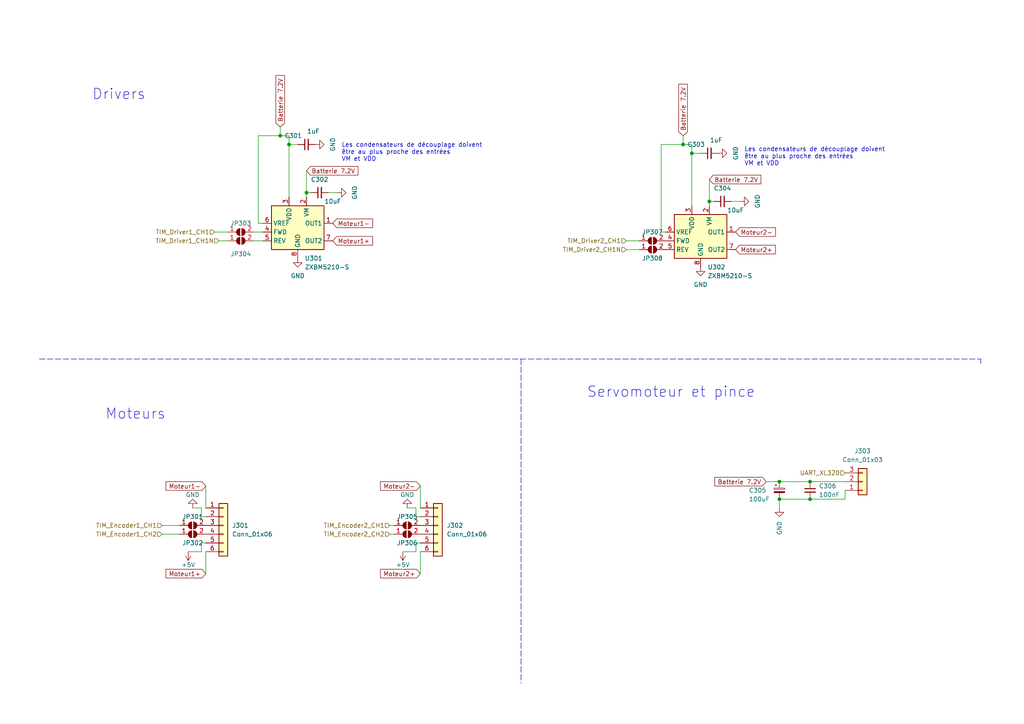
<source format=kicad_sch>
(kicad_sch (version 20211123) (generator eeschema)

  (uuid 612df67b-50d1-4314-aaa8-492795b394eb)

  (paper "A4")

  (title_block
    (title "Schéma projet Robot")
    (date "2022-10-04")
    (rev "Version 1.1")
  )

  (lib_symbols
    (symbol "Connector_Generic:Conn_01x03" (pin_names (offset 1.016) hide) (in_bom yes) (on_board yes)
      (property "Reference" "J" (id 0) (at 0 5.08 0)
        (effects (font (size 1.27 1.27)))
      )
      (property "Value" "Conn_01x03" (id 1) (at 0 -5.08 0)
        (effects (font (size 1.27 1.27)))
      )
      (property "Footprint" "" (id 2) (at 0 0 0)
        (effects (font (size 1.27 1.27)) hide)
      )
      (property "Datasheet" "~" (id 3) (at 0 0 0)
        (effects (font (size 1.27 1.27)) hide)
      )
      (property "ki_keywords" "connector" (id 4) (at 0 0 0)
        (effects (font (size 1.27 1.27)) hide)
      )
      (property "ki_description" "Generic connector, single row, 01x03, script generated (kicad-library-utils/schlib/autogen/connector/)" (id 5) (at 0 0 0)
        (effects (font (size 1.27 1.27)) hide)
      )
      (property "ki_fp_filters" "Connector*:*_1x??_*" (id 6) (at 0 0 0)
        (effects (font (size 1.27 1.27)) hide)
      )
      (symbol "Conn_01x03_1_1"
        (rectangle (start -1.27 -2.413) (end 0 -2.667)
          (stroke (width 0.1524) (type default) (color 0 0 0 0))
          (fill (type none))
        )
        (rectangle (start -1.27 0.127) (end 0 -0.127)
          (stroke (width 0.1524) (type default) (color 0 0 0 0))
          (fill (type none))
        )
        (rectangle (start -1.27 2.667) (end 0 2.413)
          (stroke (width 0.1524) (type default) (color 0 0 0 0))
          (fill (type none))
        )
        (rectangle (start -1.27 3.81) (end 1.27 -3.81)
          (stroke (width 0.254) (type default) (color 0 0 0 0))
          (fill (type background))
        )
        (pin passive line (at -5.08 2.54 0) (length 3.81)
          (name "Pin_1" (effects (font (size 1.27 1.27))))
          (number "1" (effects (font (size 1.27 1.27))))
        )
        (pin passive line (at -5.08 0 0) (length 3.81)
          (name "Pin_2" (effects (font (size 1.27 1.27))))
          (number "2" (effects (font (size 1.27 1.27))))
        )
        (pin passive line (at -5.08 -2.54 0) (length 3.81)
          (name "Pin_3" (effects (font (size 1.27 1.27))))
          (number "3" (effects (font (size 1.27 1.27))))
        )
      )
    )
    (symbol "Connector_Generic:Conn_01x06" (pin_names (offset 1.016) hide) (in_bom yes) (on_board yes)
      (property "Reference" "J" (id 0) (at 0 7.62 0)
        (effects (font (size 1.27 1.27)))
      )
      (property "Value" "Conn_01x06" (id 1) (at 0 -10.16 0)
        (effects (font (size 1.27 1.27)))
      )
      (property "Footprint" "" (id 2) (at 0 0 0)
        (effects (font (size 1.27 1.27)) hide)
      )
      (property "Datasheet" "~" (id 3) (at 0 0 0)
        (effects (font (size 1.27 1.27)) hide)
      )
      (property "ki_keywords" "connector" (id 4) (at 0 0 0)
        (effects (font (size 1.27 1.27)) hide)
      )
      (property "ki_description" "Generic connector, single row, 01x06, script generated (kicad-library-utils/schlib/autogen/connector/)" (id 5) (at 0 0 0)
        (effects (font (size 1.27 1.27)) hide)
      )
      (property "ki_fp_filters" "Connector*:*_1x??_*" (id 6) (at 0 0 0)
        (effects (font (size 1.27 1.27)) hide)
      )
      (symbol "Conn_01x06_1_1"
        (rectangle (start -1.27 -7.493) (end 0 -7.747)
          (stroke (width 0.1524) (type default) (color 0 0 0 0))
          (fill (type none))
        )
        (rectangle (start -1.27 -4.953) (end 0 -5.207)
          (stroke (width 0.1524) (type default) (color 0 0 0 0))
          (fill (type none))
        )
        (rectangle (start -1.27 -2.413) (end 0 -2.667)
          (stroke (width 0.1524) (type default) (color 0 0 0 0))
          (fill (type none))
        )
        (rectangle (start -1.27 0.127) (end 0 -0.127)
          (stroke (width 0.1524) (type default) (color 0 0 0 0))
          (fill (type none))
        )
        (rectangle (start -1.27 2.667) (end 0 2.413)
          (stroke (width 0.1524) (type default) (color 0 0 0 0))
          (fill (type none))
        )
        (rectangle (start -1.27 5.207) (end 0 4.953)
          (stroke (width 0.1524) (type default) (color 0 0 0 0))
          (fill (type none))
        )
        (rectangle (start -1.27 6.35) (end 1.27 -8.89)
          (stroke (width 0.254) (type default) (color 0 0 0 0))
          (fill (type background))
        )
        (pin passive line (at -5.08 5.08 0) (length 3.81)
          (name "Pin_1" (effects (font (size 1.27 1.27))))
          (number "1" (effects (font (size 1.27 1.27))))
        )
        (pin passive line (at -5.08 2.54 0) (length 3.81)
          (name "Pin_2" (effects (font (size 1.27 1.27))))
          (number "2" (effects (font (size 1.27 1.27))))
        )
        (pin passive line (at -5.08 0 0) (length 3.81)
          (name "Pin_3" (effects (font (size 1.27 1.27))))
          (number "3" (effects (font (size 1.27 1.27))))
        )
        (pin passive line (at -5.08 -2.54 0) (length 3.81)
          (name "Pin_4" (effects (font (size 1.27 1.27))))
          (number "4" (effects (font (size 1.27 1.27))))
        )
        (pin passive line (at -5.08 -5.08 0) (length 3.81)
          (name "Pin_5" (effects (font (size 1.27 1.27))))
          (number "5" (effects (font (size 1.27 1.27))))
        )
        (pin passive line (at -5.08 -7.62 0) (length 3.81)
          (name "Pin_6" (effects (font (size 1.27 1.27))))
          (number "6" (effects (font (size 1.27 1.27))))
        )
      )
    )
    (symbol "Device:C_Polarized_Small" (pin_numbers hide) (pin_names (offset 0.254) hide) (in_bom yes) (on_board yes)
      (property "Reference" "C" (id 0) (at 0.254 1.778 0)
        (effects (font (size 1.27 1.27)) (justify left))
      )
      (property "Value" "C_Polarized_Small" (id 1) (at 0.254 -2.032 0)
        (effects (font (size 1.27 1.27)) (justify left))
      )
      (property "Footprint" "" (id 2) (at 0 0 0)
        (effects (font (size 1.27 1.27)) hide)
      )
      (property "Datasheet" "~" (id 3) (at 0 0 0)
        (effects (font (size 1.27 1.27)) hide)
      )
      (property "ki_keywords" "cap capacitor" (id 4) (at 0 0 0)
        (effects (font (size 1.27 1.27)) hide)
      )
      (property "ki_description" "Polarized capacitor, small symbol" (id 5) (at 0 0 0)
        (effects (font (size 1.27 1.27)) hide)
      )
      (property "ki_fp_filters" "CP_*" (id 6) (at 0 0 0)
        (effects (font (size 1.27 1.27)) hide)
      )
      (symbol "C_Polarized_Small_0_1"
        (rectangle (start -1.524 -0.3048) (end 1.524 -0.6858)
          (stroke (width 0) (type default) (color 0 0 0 0))
          (fill (type outline))
        )
        (rectangle (start -1.524 0.6858) (end 1.524 0.3048)
          (stroke (width 0) (type default) (color 0 0 0 0))
          (fill (type none))
        )
        (polyline
          (pts
            (xy -1.27 1.524)
            (xy -0.762 1.524)
          )
          (stroke (width 0) (type default) (color 0 0 0 0))
          (fill (type none))
        )
        (polyline
          (pts
            (xy -1.016 1.27)
            (xy -1.016 1.778)
          )
          (stroke (width 0) (type default) (color 0 0 0 0))
          (fill (type none))
        )
      )
      (symbol "C_Polarized_Small_1_1"
        (pin passive line (at 0 2.54 270) (length 1.8542)
          (name "~" (effects (font (size 1.27 1.27))))
          (number "1" (effects (font (size 1.27 1.27))))
        )
        (pin passive line (at 0 -2.54 90) (length 1.8542)
          (name "~" (effects (font (size 1.27 1.27))))
          (number "2" (effects (font (size 1.27 1.27))))
        )
      )
    )
    (symbol "Device:C_Small" (pin_numbers hide) (pin_names (offset 0.254) hide) (in_bom yes) (on_board yes)
      (property "Reference" "C" (id 0) (at 0.254 1.778 0)
        (effects (font (size 1.27 1.27)) (justify left))
      )
      (property "Value" "C_Small" (id 1) (at 0.254 -2.032 0)
        (effects (font (size 1.27 1.27)) (justify left))
      )
      (property "Footprint" "" (id 2) (at 0 0 0)
        (effects (font (size 1.27 1.27)) hide)
      )
      (property "Datasheet" "~" (id 3) (at 0 0 0)
        (effects (font (size 1.27 1.27)) hide)
      )
      (property "ki_keywords" "capacitor cap" (id 4) (at 0 0 0)
        (effects (font (size 1.27 1.27)) hide)
      )
      (property "ki_description" "Unpolarized capacitor, small symbol" (id 5) (at 0 0 0)
        (effects (font (size 1.27 1.27)) hide)
      )
      (property "ki_fp_filters" "C_*" (id 6) (at 0 0 0)
        (effects (font (size 1.27 1.27)) hide)
      )
      (symbol "C_Small_0_1"
        (polyline
          (pts
            (xy -1.524 -0.508)
            (xy 1.524 -0.508)
          )
          (stroke (width 0.3302) (type default) (color 0 0 0 0))
          (fill (type none))
        )
        (polyline
          (pts
            (xy -1.524 0.508)
            (xy 1.524 0.508)
          )
          (stroke (width 0.3048) (type default) (color 0 0 0 0))
          (fill (type none))
        )
      )
      (symbol "C_Small_1_1"
        (pin passive line (at 0 2.54 270) (length 2.032)
          (name "~" (effects (font (size 1.27 1.27))))
          (number "1" (effects (font (size 1.27 1.27))))
        )
        (pin passive line (at 0 -2.54 90) (length 2.032)
          (name "~" (effects (font (size 1.27 1.27))))
          (number "2" (effects (font (size 1.27 1.27))))
        )
      )
    )
    (symbol "Driver_Motor:ZXBM5210-S" (in_bom yes) (on_board yes)
      (property "Reference" "U" (id 0) (at -7.62 8.89 0)
        (effects (font (size 1.27 1.27)))
      )
      (property "Value" "ZXBM5210-S" (id 1) (at 10.16 8.89 0)
        (effects (font (size 1.27 1.27)))
      )
      (property "Footprint" "Package_SO:SOIC-8_3.9x4.9mm_P1.27mm" (id 2) (at 1.27 -6.35 0)
        (effects (font (size 1.27 1.27)) hide)
      )
      (property "Datasheet" "https://www.diodes.com/assets/Datasheets/ZXBM5210.pdf" (id 3) (at 0 0 0)
        (effects (font (size 1.27 1.27)) hide)
      )
      (property "ki_keywords" "H-bridge, motor driver, PWM, single coil" (id 4) (at 0 0 0)
        (effects (font (size 1.27 1.27)) hide)
      )
      (property "ki_description" "Reversible DC motor drive with speed control, 3-18V, 0.85A, SOIC-8" (id 5) (at 0 0 0)
        (effects (font (size 1.27 1.27)) hide)
      )
      (property "ki_fp_filters" "SOIC*3.9x4.9mm*P1.27mm*" (id 6) (at 0 0 0)
        (effects (font (size 1.27 1.27)) hide)
      )
      (symbol "ZXBM5210-S_0_0"
        (pin output line (at 10.16 2.54 180) (length 2.54)
          (name "OUT1" (effects (font (size 1.27 1.27))))
          (number "1" (effects (font (size 1.27 1.27))))
        )
        (pin power_in line (at 2.54 10.16 270) (length 2.54)
          (name "VM" (effects (font (size 1.27 1.27))))
          (number "2" (effects (font (size 1.27 1.27))))
        )
        (pin power_in line (at -2.54 10.16 270) (length 2.54)
          (name "VDD" (effects (font (size 1.27 1.27))))
          (number "3" (effects (font (size 1.27 1.27))))
        )
        (pin input line (at -10.16 0 0) (length 2.54)
          (name "FWD" (effects (font (size 1.27 1.27))))
          (number "4" (effects (font (size 1.27 1.27))))
        )
        (pin input line (at -10.16 -2.54 0) (length 2.54)
          (name "REV" (effects (font (size 1.27 1.27))))
          (number "5" (effects (font (size 1.27 1.27))))
        )
        (pin input line (at -10.16 2.54 0) (length 2.54)
          (name "VREF" (effects (font (size 1.27 1.27))))
          (number "6" (effects (font (size 1.27 1.27))))
        )
        (pin output line (at 10.16 -2.54 180) (length 2.54)
          (name "OUT2" (effects (font (size 1.27 1.27))))
          (number "7" (effects (font (size 1.27 1.27))))
        )
        (pin power_in line (at 0 -7.62 90) (length 2.54)
          (name "GND" (effects (font (size 1.27 1.27))))
          (number "8" (effects (font (size 1.27 1.27))))
        )
      )
      (symbol "ZXBM5210-S_0_1"
        (rectangle (start -7.62 7.62) (end 7.62 -5.08)
          (stroke (width 0.254) (type default) (color 0 0 0 0))
          (fill (type background))
        )
      )
    )
    (symbol "Jumper:SolderJumper_2_Open" (pin_names (offset 0) hide) (in_bom yes) (on_board yes)
      (property "Reference" "JP" (id 0) (at 0 2.032 0)
        (effects (font (size 1.27 1.27)))
      )
      (property "Value" "SolderJumper_2_Open" (id 1) (at 0 -2.54 0)
        (effects (font (size 1.27 1.27)))
      )
      (property "Footprint" "" (id 2) (at 0 0 0)
        (effects (font (size 1.27 1.27)) hide)
      )
      (property "Datasheet" "~" (id 3) (at 0 0 0)
        (effects (font (size 1.27 1.27)) hide)
      )
      (property "ki_keywords" "solder jumper SPST" (id 4) (at 0 0 0)
        (effects (font (size 1.27 1.27)) hide)
      )
      (property "ki_description" "Solder Jumper, 2-pole, open" (id 5) (at 0 0 0)
        (effects (font (size 1.27 1.27)) hide)
      )
      (property "ki_fp_filters" "SolderJumper*Open*" (id 6) (at 0 0 0)
        (effects (font (size 1.27 1.27)) hide)
      )
      (symbol "SolderJumper_2_Open_0_1"
        (arc (start -0.254 1.016) (mid -1.27 0) (end -0.254 -1.016)
          (stroke (width 0) (type default) (color 0 0 0 0))
          (fill (type none))
        )
        (arc (start -0.254 1.016) (mid -1.27 0) (end -0.254 -1.016)
          (stroke (width 0) (type default) (color 0 0 0 0))
          (fill (type outline))
        )
        (polyline
          (pts
            (xy -0.254 1.016)
            (xy -0.254 -1.016)
          )
          (stroke (width 0) (type default) (color 0 0 0 0))
          (fill (type none))
        )
        (polyline
          (pts
            (xy 0.254 1.016)
            (xy 0.254 -1.016)
          )
          (stroke (width 0) (type default) (color 0 0 0 0))
          (fill (type none))
        )
        (arc (start 0.254 -1.016) (mid 1.27 0) (end 0.254 1.016)
          (stroke (width 0) (type default) (color 0 0 0 0))
          (fill (type none))
        )
        (arc (start 0.254 -1.016) (mid 1.27 0) (end 0.254 1.016)
          (stroke (width 0) (type default) (color 0 0 0 0))
          (fill (type outline))
        )
      )
      (symbol "SolderJumper_2_Open_1_1"
        (pin passive line (at -3.81 0 0) (length 2.54)
          (name "A" (effects (font (size 1.27 1.27))))
          (number "1" (effects (font (size 1.27 1.27))))
        )
        (pin passive line (at 3.81 0 180) (length 2.54)
          (name "B" (effects (font (size 1.27 1.27))))
          (number "2" (effects (font (size 1.27 1.27))))
        )
      )
    )
    (symbol "power:+5V" (power) (pin_names (offset 0)) (in_bom yes) (on_board yes)
      (property "Reference" "#PWR" (id 0) (at 0 -3.81 0)
        (effects (font (size 1.27 1.27)) hide)
      )
      (property "Value" "+5V" (id 1) (at 0 3.556 0)
        (effects (font (size 1.27 1.27)))
      )
      (property "Footprint" "" (id 2) (at 0 0 0)
        (effects (font (size 1.27 1.27)) hide)
      )
      (property "Datasheet" "" (id 3) (at 0 0 0)
        (effects (font (size 1.27 1.27)) hide)
      )
      (property "ki_keywords" "power-flag" (id 4) (at 0 0 0)
        (effects (font (size 1.27 1.27)) hide)
      )
      (property "ki_description" "Power symbol creates a global label with name \"+5V\"" (id 5) (at 0 0 0)
        (effects (font (size 1.27 1.27)) hide)
      )
      (symbol "+5V_0_1"
        (polyline
          (pts
            (xy -0.762 1.27)
            (xy 0 2.54)
          )
          (stroke (width 0) (type default) (color 0 0 0 0))
          (fill (type none))
        )
        (polyline
          (pts
            (xy 0 0)
            (xy 0 2.54)
          )
          (stroke (width 0) (type default) (color 0 0 0 0))
          (fill (type none))
        )
        (polyline
          (pts
            (xy 0 2.54)
            (xy 0.762 1.27)
          )
          (stroke (width 0) (type default) (color 0 0 0 0))
          (fill (type none))
        )
      )
      (symbol "+5V_1_1"
        (pin power_in line (at 0 0 90) (length 0) hide
          (name "+5V" (effects (font (size 1.27 1.27))))
          (number "1" (effects (font (size 1.27 1.27))))
        )
      )
    )
    (symbol "power:GND" (power) (pin_names (offset 0)) (in_bom yes) (on_board yes)
      (property "Reference" "#PWR" (id 0) (at 0 -6.35 0)
        (effects (font (size 1.27 1.27)) hide)
      )
      (property "Value" "GND" (id 1) (at 0 -3.81 0)
        (effects (font (size 1.27 1.27)))
      )
      (property "Footprint" "" (id 2) (at 0 0 0)
        (effects (font (size 1.27 1.27)) hide)
      )
      (property "Datasheet" "" (id 3) (at 0 0 0)
        (effects (font (size 1.27 1.27)) hide)
      )
      (property "ki_keywords" "power-flag" (id 4) (at 0 0 0)
        (effects (font (size 1.27 1.27)) hide)
      )
      (property "ki_description" "Power symbol creates a global label with name \"GND\" , ground" (id 5) (at 0 0 0)
        (effects (font (size 1.27 1.27)) hide)
      )
      (symbol "GND_0_1"
        (polyline
          (pts
            (xy 0 0)
            (xy 0 -1.27)
            (xy 1.27 -1.27)
            (xy 0 -2.54)
            (xy -1.27 -1.27)
            (xy 0 -1.27)
          )
          (stroke (width 0) (type default) (color 0 0 0 0))
          (fill (type none))
        )
      )
      (symbol "GND_1_1"
        (pin power_in line (at 0 0 270) (length 0) hide
          (name "GND" (effects (font (size 1.27 1.27))))
          (number "1" (effects (font (size 1.27 1.27))))
        )
      )
    )
  )

  (junction (at 88.9 55.88) (diameter 0) (color 0 0 0 0)
    (uuid 0ec8bc8e-beb3-406e-b3ac-f066a495ce1a)
  )
  (junction (at 234.95 144.78) (diameter 0) (color 0 0 0 0)
    (uuid 2314416a-33c4-4247-9118-f62368cd2b3d)
  )
  (junction (at 81.28 39.37) (diameter 0) (color 0 0 0 0)
    (uuid 2604c906-d21e-4971-90b7-540fb39c2e4a)
  )
  (junction (at 205.74 58.42) (diameter 0) (color 0 0 0 0)
    (uuid 267d691f-701a-449a-b143-1a6ee9e1a03f)
  )
  (junction (at 234.95 139.7) (diameter 0) (color 0 0 0 0)
    (uuid 35d6d8bc-5baf-459d-8e0c-3319666334f7)
  )
  (junction (at 83.82 41.91) (diameter 0) (color 0 0 0 0)
    (uuid 3beb0e03-b1cb-46e2-93f2-c5211dc7c08d)
  )
  (junction (at 198.12 41.91) (diameter 0) (color 0 0 0 0)
    (uuid cd3c5a87-5cf5-4109-8527-894b3e3f59b2)
  )
  (junction (at 200.66 44.45) (diameter 0) (color 0 0 0 0)
    (uuid d5d1f3f8-6ef2-4903-a19a-a0fd2ff40656)
  )
  (junction (at 226.06 144.78) (diameter 0) (color 0 0 0 0)
    (uuid e86329fb-9468-4cc0-9c34-c368ace768c5)
  )
  (junction (at 226.06 139.7) (diameter 0) (color 0 0 0 0)
    (uuid f3bb48e8-ffa6-49ba-9af3-73f6b57c397a)
  )

  (wire (pts (xy 74.93 64.77) (xy 76.2 64.77))
    (stroke (width 0) (type default) (color 0 0 0 0))
    (uuid 0c17d570-98b1-4afe-83e6-570107a97d4f)
  )
  (wire (pts (xy 113.03 152.4) (xy 114.3 152.4))
    (stroke (width 0) (type default) (color 0 0 0 0))
    (uuid 0d81a360-4867-475f-a60e-ddec6165b9c2)
  )
  (wire (pts (xy 46.99 154.94) (xy 52.07 154.94))
    (stroke (width 0) (type default) (color 0 0 0 0))
    (uuid 11d52e9a-4530-4d92-9220-909b761071e5)
  )
  (wire (pts (xy 245.11 144.78) (xy 245.11 142.24))
    (stroke (width 0) (type default) (color 0 0 0 0))
    (uuid 141a6218-2811-415a-a516-7da3cba60106)
  )
  (wire (pts (xy 74.93 39.37) (xy 74.93 64.77))
    (stroke (width 0) (type default) (color 0 0 0 0))
    (uuid 173cde92-c43a-439d-a767-c398c21ca4b8)
  )
  (wire (pts (xy 54.61 160.02) (xy 58.42 160.02))
    (stroke (width 0) (type default) (color 0 0 0 0))
    (uuid 1a3a42b0-b5ed-4fcb-a63d-20484699341c)
  )
  (wire (pts (xy 205.74 58.42) (xy 207.01 58.42))
    (stroke (width 0) (type default) (color 0 0 0 0))
    (uuid 21742fbc-618b-4b56-a536-6e95526b997c)
  )
  (wire (pts (xy 59.69 157.48) (xy 58.42 157.48))
    (stroke (width 0) (type default) (color 0 0 0 0))
    (uuid 2616515a-2fe8-4a04-840f-0f8233b4987f)
  )
  (wire (pts (xy 46.99 152.4) (xy 52.07 152.4))
    (stroke (width 0) (type default) (color 0 0 0 0))
    (uuid 28efcbd4-348d-4eea-a05b-cc35a7cd2b9b)
  )
  (wire (pts (xy 226.06 144.78) (xy 226.06 147.32))
    (stroke (width 0) (type default) (color 0 0 0 0))
    (uuid 2af33de8-a93b-4e12-994d-16fbec1835ee)
  )
  (wire (pts (xy 120.65 147.32) (xy 118.11 147.32))
    (stroke (width 0) (type default) (color 0 0 0 0))
    (uuid 2c444d82-b2bf-41dc-9903-973a8c95186c)
  )
  (polyline (pts (xy 151.13 104.14) (xy 151.13 198.12))
    (stroke (width 0) (type default) (color 0 0 0 0))
    (uuid 2e08292e-52bf-41e1-8ef5-771ab842d0d8)
  )

  (wire (pts (xy 88.9 57.15) (xy 88.9 55.88))
    (stroke (width 0) (type default) (color 0 0 0 0))
    (uuid 30266fbf-897c-4683-ab13-658a9e985833)
  )
  (wire (pts (xy 205.74 52.07) (xy 205.74 58.42))
    (stroke (width 0) (type default) (color 0 0 0 0))
    (uuid 31782e48-425f-47d1-9ef3-b2ede81477ab)
  )
  (wire (pts (xy 95.25 55.88) (xy 97.79 55.88))
    (stroke (width 0) (type default) (color 0 0 0 0))
    (uuid 37b525cc-9710-451f-906b-a3dca3f0023b)
  )
  (wire (pts (xy 59.69 166.37) (xy 59.69 160.02))
    (stroke (width 0) (type default) (color 0 0 0 0))
    (uuid 3ca16b36-56a8-4f6b-9076-f210223bbce7)
  )
  (polyline (pts (xy 11.43 104.14) (xy 284.48 104.14))
    (stroke (width 0) (type default) (color 0 0 0 0))
    (uuid 3f185512-d07e-48e5-9e41-3df8a4cd4450)
  )

  (wire (pts (xy 81.28 39.37) (xy 83.82 39.37))
    (stroke (width 0) (type default) (color 0 0 0 0))
    (uuid 42c5b04c-f29a-4aa7-9da1-9300277e2e85)
  )
  (wire (pts (xy 88.9 49.53) (xy 88.9 55.88))
    (stroke (width 0) (type default) (color 0 0 0 0))
    (uuid 477b928f-a9d0-4816-93b3-17fe86fab764)
  )
  (wire (pts (xy 234.95 144.78) (xy 226.06 144.78))
    (stroke (width 0) (type default) (color 0 0 0 0))
    (uuid 4a160c64-90a9-42f9-b014-79868bc38f13)
  )
  (wire (pts (xy 181.61 72.39) (xy 185.42 72.39))
    (stroke (width 0) (type default) (color 0 0 0 0))
    (uuid 4d4dabdc-e912-41ce-a27e-22ef85c831eb)
  )
  (wire (pts (xy 234.95 139.7) (xy 245.11 139.7))
    (stroke (width 0) (type default) (color 0 0 0 0))
    (uuid 4d6566be-82a4-45c4-a9b6-2e7624d4bcb8)
  )
  (wire (pts (xy 58.42 157.48) (xy 58.42 160.02))
    (stroke (width 0) (type default) (color 0 0 0 0))
    (uuid 531f1a0d-2490-466d-be6a-74ec035d2af8)
  )
  (wire (pts (xy 222.25 139.7) (xy 226.06 139.7))
    (stroke (width 0) (type default) (color 0 0 0 0))
    (uuid 54d68861-9025-445b-afc4-3382b1eb517d)
  )
  (wire (pts (xy 59.69 149.86) (xy 58.42 149.86))
    (stroke (width 0) (type default) (color 0 0 0 0))
    (uuid 56e6d6ab-ce8a-4189-8563-65f5febdec73)
  )
  (wire (pts (xy 181.61 69.85) (xy 185.42 69.85))
    (stroke (width 0) (type default) (color 0 0 0 0))
    (uuid 59e48cd0-706b-4d37-8192-348058a8b074)
  )
  (wire (pts (xy 59.69 140.97) (xy 59.69 147.32))
    (stroke (width 0) (type default) (color 0 0 0 0))
    (uuid 5a426e75-7d1e-40a8-b295-04548fd276ba)
  )
  (wire (pts (xy 74.93 39.37) (xy 81.28 39.37))
    (stroke (width 0) (type default) (color 0 0 0 0))
    (uuid 5dad6310-3500-4849-961b-b039cd5f9ea5)
  )
  (wire (pts (xy 58.42 147.32) (xy 55.88 147.32))
    (stroke (width 0) (type default) (color 0 0 0 0))
    (uuid 5f9d4aca-67aa-4a96-8029-af401cecee04)
  )
  (wire (pts (xy 121.92 149.86) (xy 120.65 149.86))
    (stroke (width 0) (type default) (color 0 0 0 0))
    (uuid 62c43abe-3abe-4797-befb-972933909de3)
  )
  (wire (pts (xy 205.74 59.69) (xy 205.74 58.42))
    (stroke (width 0) (type default) (color 0 0 0 0))
    (uuid 6493de4f-6435-407c-81f8-0f167162bb34)
  )
  (wire (pts (xy 200.66 44.45) (xy 203.2 44.45))
    (stroke (width 0) (type default) (color 0 0 0 0))
    (uuid 6ea851cd-aa50-4f2a-8370-833cb54eb51d)
  )
  (wire (pts (xy 198.12 41.91) (xy 200.66 41.91))
    (stroke (width 0) (type default) (color 0 0 0 0))
    (uuid 7ad0574c-3976-41ee-a5bc-c356d8c88fd8)
  )
  (wire (pts (xy 198.12 39.37) (xy 198.12 41.91))
    (stroke (width 0) (type default) (color 0 0 0 0))
    (uuid 7ed1aa52-f6ca-405e-9ddf-a44c54c59e2b)
  )
  (wire (pts (xy 113.03 154.94) (xy 114.3 154.94))
    (stroke (width 0) (type default) (color 0 0 0 0))
    (uuid 8260415d-86c2-4cad-a4fa-fa297ecc0142)
  )
  (wire (pts (xy 121.92 166.37) (xy 121.92 160.02))
    (stroke (width 0) (type default) (color 0 0 0 0))
    (uuid 8358da2e-f74b-4612-8d0c-a06f6250bc42)
  )
  (wire (pts (xy 121.92 157.48) (xy 120.65 157.48))
    (stroke (width 0) (type default) (color 0 0 0 0))
    (uuid 8b292e64-808b-41ee-8228-cc5c92bdf6d1)
  )
  (wire (pts (xy 200.66 44.45) (xy 200.66 59.69))
    (stroke (width 0) (type default) (color 0 0 0 0))
    (uuid 95829d45-0c0d-4a82-974d-f332e25bc2d3)
  )
  (wire (pts (xy 83.82 41.91) (xy 86.36 41.91))
    (stroke (width 0) (type default) (color 0 0 0 0))
    (uuid 983d4daf-d927-456f-850f-23d8ae46a157)
  )
  (wire (pts (xy 226.06 139.7) (xy 234.95 139.7))
    (stroke (width 0) (type default) (color 0 0 0 0))
    (uuid 9c2556b6-805d-4aaa-a42f-5a3781cd6c28)
  )
  (wire (pts (xy 245.11 144.78) (xy 234.95 144.78))
    (stroke (width 0) (type default) (color 0 0 0 0))
    (uuid 9f41c90c-e6e3-4207-9d53-1c8cac00b265)
  )
  (wire (pts (xy 200.66 41.91) (xy 200.66 44.45))
    (stroke (width 0) (type default) (color 0 0 0 0))
    (uuid a1818248-a74c-45c8-b2dc-4b7703074c88)
  )
  (wire (pts (xy 121.92 140.97) (xy 121.92 147.32))
    (stroke (width 0) (type default) (color 0 0 0 0))
    (uuid a420ee76-4c34-4bcc-8c73-9e3521f38c85)
  )
  (wire (pts (xy 120.65 149.86) (xy 120.65 147.32))
    (stroke (width 0) (type default) (color 0 0 0 0))
    (uuid b2e52117-5f82-4ff5-b0f1-8d20fb455822)
  )
  (wire (pts (xy 73.66 69.85) (xy 76.2 69.85))
    (stroke (width 0) (type default) (color 0 0 0 0))
    (uuid b43a135b-f81f-46c8-a2df-1782e49bb987)
  )
  (wire (pts (xy 62.23 67.31) (xy 66.04 67.31))
    (stroke (width 0) (type default) (color 0 0 0 0))
    (uuid b4d9e77c-8c24-4389-8185-ae650be425ee)
  )
  (wire (pts (xy 120.65 157.48) (xy 120.65 160.02))
    (stroke (width 0) (type default) (color 0 0 0 0))
    (uuid c521ce2c-113f-48ca-a74f-f9950f44b82f)
  )
  (wire (pts (xy 73.66 67.31) (xy 76.2 67.31))
    (stroke (width 0) (type default) (color 0 0 0 0))
    (uuid c5d58978-3be2-497b-b35f-454313468961)
  )
  (wire (pts (xy 58.42 149.86) (xy 58.42 147.32))
    (stroke (width 0) (type default) (color 0 0 0 0))
    (uuid c9694af0-e535-4953-ad6d-0f96b6974f69)
  )
  (wire (pts (xy 88.9 55.88) (xy 90.17 55.88))
    (stroke (width 0) (type default) (color 0 0 0 0))
    (uuid cc62e649-73cc-49be-9b66-59e18d836cfb)
  )
  (wire (pts (xy 81.28 36.83) (xy 81.28 39.37))
    (stroke (width 0) (type default) (color 0 0 0 0))
    (uuid cce37fd9-cd81-4689-947f-b685be004746)
  )
  (wire (pts (xy 212.09 58.42) (xy 214.63 58.42))
    (stroke (width 0) (type default) (color 0 0 0 0))
    (uuid d25df173-92fe-470f-9bcf-5d8917366ad2)
  )
  (wire (pts (xy 83.82 41.91) (xy 83.82 57.15))
    (stroke (width 0) (type default) (color 0 0 0 0))
    (uuid d4838a43-9679-454a-9920-298f3e294adf)
  )
  (wire (pts (xy 193.04 67.31) (xy 191.77 67.31))
    (stroke (width 0) (type default) (color 0 0 0 0))
    (uuid dbc4a4d2-d1ab-4edc-ab60-42c86f2abd33)
  )
  (wire (pts (xy 116.84 160.02) (xy 120.65 160.02))
    (stroke (width 0) (type default) (color 0 0 0 0))
    (uuid e2023280-18dc-4190-9956-2c4662c6eb1e)
  )
  (polyline (pts (xy 284.48 104.14) (xy 284.48 105.41))
    (stroke (width 0) (type default) (color 0 0 0 0))
    (uuid e550af6d-4ea7-4c57-ab4b-26ef2a336213)
  )

  (wire (pts (xy 191.77 41.91) (xy 191.77 67.31))
    (stroke (width 0) (type default) (color 0 0 0 0))
    (uuid ee98b0cb-103f-444b-87ee-14add0e2c427)
  )
  (wire (pts (xy 83.82 39.37) (xy 83.82 41.91))
    (stroke (width 0) (type default) (color 0 0 0 0))
    (uuid f29bb8c5-36d8-4df3-af10-d43a50ad581c)
  )
  (wire (pts (xy 63.5 69.85) (xy 66.04 69.85))
    (stroke (width 0) (type default) (color 0 0 0 0))
    (uuid f2c520e6-adf5-49c1-9945-4f9501cdc4c1)
  )
  (wire (pts (xy 191.77 41.91) (xy 198.12 41.91))
    (stroke (width 0) (type default) (color 0 0 0 0))
    (uuid f70f1bd9-4e73-47c3-968e-498c17f98eb1)
  )

  (text "Les condensateurs de découplage doivent\nêtre au plus proche des entrées\nVM et VDD"
    (at 215.9 48.26 0)
    (effects (font (size 1.27 1.27)) (justify left bottom))
    (uuid 0e359b9a-aec5-4a07-a776-cb59bf0e370e)
  )
  (text "Drivers\n" (at 26.67 29.21 0)
    (effects (font (size 3 3)) (justify left bottom))
    (uuid 4abcbe8c-cd7a-4af7-8fb0-d769df950c58)
  )
  (text "Les condensateurs de découplage doivent\nêtre au plus proche des entrées\nVM et VDD"
    (at 99.06 46.99 0)
    (effects (font (size 1.27 1.27)) (justify left bottom))
    (uuid 646948ec-504d-4c4d-b4bd-3d3711d20d84)
  )
  (text "Servomoteur et pince\n" (at 170.18 115.57 0)
    (effects (font (size 3 3)) (justify left bottom))
    (uuid 76c87826-69f6-4d05-bd2d-9ddd3a86837e)
  )
  (text "Moteurs\n" (at 30.48 121.92 0)
    (effects (font (size 3 3)) (justify left bottom))
    (uuid ee21a559-f6a9-48e0-8a12-06195ee49977)
  )

  (global_label "Batterie 7.2V" (shape input) (at 198.12 39.37 90) (fields_autoplaced)
    (effects (font (size 1.27 1.27)) (justify left))
    (uuid 24541e5e-14df-403a-a73b-1e74ad8fa695)
    (property "Intersheet References" "${INTERSHEET_REFS}" (id 0) (at 198.0406 24.4383 90)
      (effects (font (size 1.27 1.27)) (justify left) hide)
    )
  )
  (global_label "Moteur2-" (shape input) (at 121.92 140.97 180) (fields_autoplaced)
    (effects (font (size 1.27 1.27)) (justify right))
    (uuid 37f5709d-4c44-405c-ba27-2762ca835192)
    (property "Intersheet References" "${INTERSHEET_REFS}" (id 0) (at 110.375 141.0494 0)
      (effects (font (size 1.27 1.27)) (justify right) hide)
    )
  )
  (global_label "Moteur1+" (shape input) (at 59.69 166.37 180) (fields_autoplaced)
    (effects (font (size 1.27 1.27)) (justify right))
    (uuid 3e3f9947-c9ae-4623-b25f-c193ed1dbcbf)
    (property "Intersheet References" "${INTERSHEET_REFS}" (id 0) (at 48.145 166.4494 0)
      (effects (font (size 1.27 1.27)) (justify right) hide)
    )
  )
  (global_label "Moteur1-" (shape input) (at 96.52 64.77 0) (fields_autoplaced)
    (effects (font (size 1.27 1.27)) (justify left))
    (uuid 44d8d713-91c8-45a8-83e5-59009e670bfc)
    (property "Intersheet References" "${INTERSHEET_REFS}" (id 0) (at 108.065 64.6906 0)
      (effects (font (size 1.27 1.27)) (justify left) hide)
    )
  )
  (global_label "Moteur1+" (shape input) (at 96.52 69.85 0) (fields_autoplaced)
    (effects (font (size 1.27 1.27)) (justify left))
    (uuid 99c9dc73-a4ce-413b-a110-b30b81efefe8)
    (property "Intersheet References" "${INTERSHEET_REFS}" (id 0) (at 108.065 69.7706 0)
      (effects (font (size 1.27 1.27)) (justify left) hide)
    )
  )
  (global_label "Batterie 7.2V" (shape input) (at 205.74 52.07 0) (fields_autoplaced)
    (effects (font (size 1.27 1.27)) (justify left))
    (uuid a30f29e1-20a7-44be-ba68-a1a9b552b844)
    (property "Intersheet References" "${INTERSHEET_REFS}" (id 0) (at 220.6717 51.9906 0)
      (effects (font (size 1.27 1.27)) (justify left) hide)
    )
  )
  (global_label "Batterie 7.2V" (shape input) (at 222.25 139.7 180) (fields_autoplaced)
    (effects (font (size 1.27 1.27)) (justify right))
    (uuid b6808728-f6c0-419b-8981-bdacd95685c7)
    (property "Intersheet References" "${INTERSHEET_REFS}" (id 0) (at 207.3183 139.7794 0)
      (effects (font (size 1.27 1.27)) (justify right) hide)
    )
  )
  (global_label "Batterie 7.2V" (shape input) (at 81.28 36.83 90) (fields_autoplaced)
    (effects (font (size 1.27 1.27)) (justify left))
    (uuid bb82a4b0-399f-4753-968e-515ad138f080)
    (property "Intersheet References" "${INTERSHEET_REFS}" (id 0) (at 81.2006 21.8983 90)
      (effects (font (size 1.27 1.27)) (justify left) hide)
    )
  )
  (global_label "Moteur1-" (shape input) (at 59.69 140.97 180) (fields_autoplaced)
    (effects (font (size 1.27 1.27)) (justify right))
    (uuid be6552ba-55e3-4b60-85de-a892c7526636)
    (property "Intersheet References" "${INTERSHEET_REFS}" (id 0) (at 48.145 141.0494 0)
      (effects (font (size 1.27 1.27)) (justify right) hide)
    )
  )
  (global_label "Moteur2-" (shape input) (at 213.36 67.31 0) (fields_autoplaced)
    (effects (font (size 1.27 1.27)) (justify left))
    (uuid c49c484d-6888-40f5-a7ed-681b4083273f)
    (property "Intersheet References" "${INTERSHEET_REFS}" (id 0) (at 224.905 67.2306 0)
      (effects (font (size 1.27 1.27)) (justify left) hide)
    )
  )
  (global_label "Batterie 7.2V" (shape input) (at 88.9 49.53 0) (fields_autoplaced)
    (effects (font (size 1.27 1.27)) (justify left))
    (uuid f4f65b20-6a40-4aab-abc2-2b54a461d06f)
    (property "Intersheet References" "${INTERSHEET_REFS}" (id 0) (at 103.8317 49.4506 0)
      (effects (font (size 1.27 1.27)) (justify left) hide)
    )
  )
  (global_label "Moteur2+" (shape input) (at 213.36 72.39 0) (fields_autoplaced)
    (effects (font (size 1.27 1.27)) (justify left))
    (uuid fa5e7228-9e56-4ba2-b28b-b7f4d1cd5738)
    (property "Intersheet References" "${INTERSHEET_REFS}" (id 0) (at 224.905 72.3106 0)
      (effects (font (size 1.27 1.27)) (justify left) hide)
    )
  )
  (global_label "Moteur2+" (shape input) (at 121.92 166.37 180) (fields_autoplaced)
    (effects (font (size 1.27 1.27)) (justify right))
    (uuid fe0151e9-64dd-48e4-8f43-18ab08ec47dc)
    (property "Intersheet References" "${INTERSHEET_REFS}" (id 0) (at 110.375 166.4494 0)
      (effects (font (size 1.27 1.27)) (justify right) hide)
    )
  )

  (hierarchical_label "UART_XL320" (shape input) (at 245.11 137.16 180)
    (effects (font (size 1.27 1.27)) (justify right))
    (uuid 136c38f7-161f-4a60-8fa7-2dc9b822f65c)
  )
  (hierarchical_label "TIM_Encoder2_CH2" (shape input) (at 113.03 154.94 180)
    (effects (font (size 1.27 1.27)) (justify right))
    (uuid 52bf4f4c-43ab-4607-bfd2-5a1fd2dc3e33)
  )
  (hierarchical_label "TIM_Encoder1_CH2" (shape input) (at 46.99 154.94 180)
    (effects (font (size 1.27 1.27)) (justify right))
    (uuid 5eb3a751-cdc3-48fe-bbf7-74b48511bd98)
  )
  (hierarchical_label "TIM_Driver2_CH1N" (shape input) (at 181.61 72.39 180)
    (effects (font (size 1.27 1.27)) (justify right))
    (uuid 89a04cba-ffc8-4c22-9489-7d17e7280d62)
  )
  (hierarchical_label "TIM_Driver1_CH1" (shape input) (at 62.23 67.31 180)
    (effects (font (size 1.27 1.27)) (justify right))
    (uuid 8b80cc49-243b-4db4-82f1-ebf95898fb4a)
  )
  (hierarchical_label "TIM_Encoder2_CH1" (shape input) (at 113.03 152.4 180)
    (effects (font (size 1.27 1.27)) (justify right))
    (uuid a3dba3f7-ee62-449e-9a32-f3ccdabacb2a)
  )
  (hierarchical_label "TIM_Driver2_CH1" (shape input) (at 181.61 69.85 180)
    (effects (font (size 1.27 1.27)) (justify right))
    (uuid be703da0-0d09-4df3-a9b7-7b7e42ac7275)
  )
  (hierarchical_label "TIM_Encoder1_CH1" (shape input) (at 46.99 152.4 180)
    (effects (font (size 1.27 1.27)) (justify right))
    (uuid c1d15797-3ddf-43fc-b644-96df444d3947)
  )
  (hierarchical_label "TIM_Driver1_CH1N" (shape input) (at 63.5 69.85 180)
    (effects (font (size 1.27 1.27)) (justify right))
    (uuid f9256761-6897-4f85-95b4-05c4a0810f72)
  )

  (symbol (lib_id "power:GND") (at 208.28 44.45 90) (unit 1)
    (in_bom yes) (on_board yes) (fields_autoplaced)
    (uuid 054dca95-044b-4f13-aa84-3a3eee68918c)
    (property "Reference" "#PWR0309" (id 0) (at 214.63 44.45 0)
      (effects (font (size 1.27 1.27)) hide)
    )
    (property "Value" "GND" (id 1) (at 213.36 44.45 0))
    (property "Footprint" "" (id 2) (at 208.28 44.45 0)
      (effects (font (size 1.27 1.27)) hide)
    )
    (property "Datasheet" "" (id 3) (at 208.28 44.45 0)
      (effects (font (size 1.27 1.27)) hide)
    )
    (pin "1" (uuid 785e109e-70a2-488b-8a24-1f57f69ed6bd))
  )

  (symbol (lib_id "Jumper:SolderJumper_2_Open") (at 118.11 152.4 0) (unit 1)
    (in_bom yes) (on_board yes)
    (uuid 059068a4-b41e-4c00-a18f-8541100773d4)
    (property "Reference" "JP305" (id 0) (at 118.11 149.86 0))
    (property "Value" "SolderJumper_2_Open" (id 1) (at 118.11 156.21 0)
      (effects (font (size 1.27 1.27)) hide)
    )
    (property "Footprint" "Jumper:SolderJumper-2_P1.3mm_Open_TrianglePad1.0x1.5mm" (id 2) (at 118.11 152.4 0)
      (effects (font (size 1.27 1.27)) hide)
    )
    (property "Datasheet" "~" (id 3) (at 118.11 152.4 0)
      (effects (font (size 1.27 1.27)) hide)
    )
    (pin "1" (uuid 06376b74-46f9-4e99-b383-2c952a80d29a))
    (pin "2" (uuid f06ab2f8-917a-408b-9d01-97eb77d84462))
  )

  (symbol (lib_id "power:GND") (at 226.06 147.32 0) (unit 1)
    (in_bom yes) (on_board yes)
    (uuid 10122541-1ba1-46e3-be3a-27454fb50665)
    (property "Reference" "#PWR0311" (id 0) (at 226.06 153.67 0)
      (effects (font (size 1.27 1.27)) hide)
    )
    (property "Value" "GND" (id 1) (at 226.0599 151.13 90)
      (effects (font (size 1.27 1.27)) (justify right))
    )
    (property "Footprint" "" (id 2) (at 226.06 147.32 0)
      (effects (font (size 1.27 1.27)) hide)
    )
    (property "Datasheet" "" (id 3) (at 226.06 147.32 0)
      (effects (font (size 1.27 1.27)) hide)
    )
    (pin "1" (uuid 9b74db7b-a316-4a3d-a84e-1934a6befe61))
  )

  (symbol (lib_id "Jumper:SolderJumper_2_Open") (at 118.11 154.94 0) (unit 1)
    (in_bom yes) (on_board yes)
    (uuid 1eb04143-deb8-44d4-9940-a12335496bbb)
    (property "Reference" "JP306" (id 0) (at 118.11 157.48 0))
    (property "Value" "SolderJumper_2_Open" (id 1) (at 118.11 158.75 0)
      (effects (font (size 1.27 1.27)) hide)
    )
    (property "Footprint" "Jumper:SolderJumper-2_P1.3mm_Open_TrianglePad1.0x1.5mm" (id 2) (at 118.11 154.94 0)
      (effects (font (size 1.27 1.27)) hide)
    )
    (property "Datasheet" "~" (id 3) (at 118.11 154.94 0)
      (effects (font (size 1.27 1.27)) hide)
    )
    (pin "1" (uuid 4026f185-2b69-40df-90b5-0f8cf9223fb0))
    (pin "2" (uuid 990c7497-b24c-4356-8aec-ad9cc89dbffb))
  )

  (symbol (lib_id "Connector_Generic:Conn_01x03") (at 250.19 139.7 0) (mirror x) (unit 1)
    (in_bom yes) (on_board yes) (fields_autoplaced)
    (uuid 28ff6bb8-26cc-448f-b0ef-ceff6031f37e)
    (property "Reference" "J303" (id 0) (at 250.19 130.81 0))
    (property "Value" "Conn_01x03" (id 1) (at 250.19 133.35 0))
    (property "Footprint" "Connector_JST:JST_XH_B3B-XH-A_1x03_P2.50mm_Vertical" (id 2) (at 250.19 139.7 0)
      (effects (font (size 1.27 1.27)) hide)
    )
    (property "Datasheet" "~" (id 3) (at 250.19 139.7 0)
      (effects (font (size 1.27 1.27)) hide)
    )
    (pin "1" (uuid 66356cf0-4b46-4c7b-81da-df4cadf59765))
    (pin "2" (uuid 1f7102fe-227d-453f-8a4c-814e9ccfe59d))
    (pin "3" (uuid afdb1d3f-ad32-4610-8562-b81904aa3b9f))
  )

  (symbol (lib_id "Jumper:SolderJumper_2_Open") (at 55.88 154.94 0) (unit 1)
    (in_bom yes) (on_board yes)
    (uuid 29ef2521-a53b-4506-b55c-53c9f07c5d53)
    (property "Reference" "JP302" (id 0) (at 55.88 157.48 0))
    (property "Value" "SolderJumper_2_Open" (id 1) (at 55.88 158.75 0)
      (effects (font (size 1.27 1.27)) hide)
    )
    (property "Footprint" "Jumper:SolderJumper-2_P1.3mm_Open_TrianglePad1.0x1.5mm" (id 2) (at 55.88 154.94 0)
      (effects (font (size 1.27 1.27)) hide)
    )
    (property "Datasheet" "~" (id 3) (at 55.88 154.94 0)
      (effects (font (size 1.27 1.27)) hide)
    )
    (pin "1" (uuid 93425a6a-f4f5-4af0-bea1-5fe0f9f69d7e))
    (pin "2" (uuid 1c0a18c2-746c-4318-be3e-9706fb3c3429))
  )

  (symbol (lib_id "Device:C_Polarized_Small") (at 226.06 142.24 0) (unit 1)
    (in_bom yes) (on_board yes)
    (uuid 39a9519d-ad00-47a6-afa5-fa045a58a8c6)
    (property "Reference" "C305" (id 0) (at 217.17 142.24 0)
      (effects (font (size 1.27 1.27)) (justify left))
    )
    (property "Value" "100uF" (id 1) (at 217.17 144.78 0)
      (effects (font (size 1.27 1.27)) (justify left))
    )
    (property "Footprint" "Capacitor_THT:CP_Radial_D6.3mm_P2.50mm" (id 2) (at 226.06 142.24 0)
      (effects (font (size 1.27 1.27)) hide)
    )
    (property "Datasheet" "~" (id 3) (at 226.06 142.24 0)
      (effects (font (size 1.27 1.27)) hide)
    )
    (pin "1" (uuid bc694df6-4c52-403f-991c-3d5cd6df4c63))
    (pin "2" (uuid fab57f33-40d1-4835-802a-9623b2c1e160))
  )

  (symbol (lib_id "Driver_Motor:ZXBM5210-S") (at 86.36 67.31 0) (unit 1)
    (in_bom yes) (on_board yes) (fields_autoplaced)
    (uuid 4214f93f-cb0c-468c-a29e-63784acb02c7)
    (property "Reference" "U301" (id 0) (at 88.3794 74.93 0)
      (effects (font (size 1.27 1.27)) (justify left))
    )
    (property "Value" "ZXBM5210-S" (id 1) (at 88.3794 77.47 0)
      (effects (font (size 1.27 1.27)) (justify left))
    )
    (property "Footprint" "Package_SO:SOIC-8_3.9x4.9mm_P1.27mm" (id 2) (at 87.63 73.66 0)
      (effects (font (size 1.27 1.27)) hide)
    )
    (property "Datasheet" "https://www.diodes.com/assets/Datasheets/ZXBM5210.pdf" (id 3) (at 86.36 67.31 0)
      (effects (font (size 1.27 1.27)) hide)
    )
    (pin "1" (uuid ea9a2cf4-4f1f-4248-aa80-f4ee9494dcf3))
    (pin "2" (uuid 7f0700b8-9402-4d93-96a6-7b7114449ad4))
    (pin "3" (uuid 7380d5da-7832-4c3b-8600-7c43a5e830c8))
    (pin "4" (uuid c1e00fbc-b43f-4821-b28b-b9fc9eb9e850))
    (pin "5" (uuid bb763952-da0b-4e7f-bb6d-3d56bde42732))
    (pin "6" (uuid 9a3656d7-c537-4567-a933-9dc67e4fb11f))
    (pin "7" (uuid 8eee1e7d-c8cd-4570-be94-b63077c67ce2))
    (pin "8" (uuid e4304ca5-c7f8-42e3-8e2c-7764b12d525c))
  )

  (symbol (lib_id "Jumper:SolderJumper_2_Open") (at 189.23 69.85 0) (unit 1)
    (in_bom yes) (on_board yes)
    (uuid 4956dba2-95ba-4e15-b2ce-90443566f604)
    (property "Reference" "JP307" (id 0) (at 189.23 67.31 0))
    (property "Value" "SolderJumper_2_Open" (id 1) (at 189.23 73.66 0)
      (effects (font (size 1.27 1.27)) hide)
    )
    (property "Footprint" "Jumper:SolderJumper-2_P1.3mm_Open_TrianglePad1.0x1.5mm" (id 2) (at 189.23 69.85 0)
      (effects (font (size 1.27 1.27)) hide)
    )
    (property "Datasheet" "~" (id 3) (at 189.23 69.85 0)
      (effects (font (size 1.27 1.27)) hide)
    )
    (pin "1" (uuid 39a1fbff-2d4d-44e2-84a1-2df4a165aea4))
    (pin "2" (uuid 432d4068-55e6-4f27-ab23-988e0130d7c6))
  )

  (symbol (lib_id "power:+5V") (at 54.61 160.02 180) (unit 1)
    (in_bom yes) (on_board yes)
    (uuid 49f3dd40-5046-425b-b953-3661eb66b067)
    (property "Reference" "#PWR0301" (id 0) (at 54.61 156.21 0)
      (effects (font (size 1.27 1.27)) hide)
    )
    (property "Value" "+5V" (id 1) (at 54.61 163.83 0))
    (property "Footprint" "" (id 2) (at 54.61 160.02 0)
      (effects (font (size 1.27 1.27)) hide)
    )
    (property "Datasheet" "" (id 3) (at 54.61 160.02 0)
      (effects (font (size 1.27 1.27)) hide)
    )
    (pin "1" (uuid a815ef21-a252-479d-b5e6-7eca7e138d1d))
  )

  (symbol (lib_id "Device:C_Small") (at 88.9 41.91 90) (unit 1)
    (in_bom yes) (on_board yes)
    (uuid 50e47c87-7290-47c7-8596-92e08ad95766)
    (property "Reference" "C301" (id 0) (at 87.6362 39.37 90)
      (effects (font (size 1.27 1.27)) (justify left))
    )
    (property "Value" "1uF" (id 1) (at 92.71 38.1 90)
      (effects (font (size 1.27 1.27)) (justify left))
    )
    (property "Footprint" "Capacitor_SMD:C_0603_1608Metric_Pad1.08x0.95mm_HandSolder" (id 2) (at 88.9 41.91 0)
      (effects (font (size 1.27 1.27)) hide)
    )
    (property "Datasheet" "~" (id 3) (at 88.9 41.91 0)
      (effects (font (size 1.27 1.27)) hide)
    )
    (pin "1" (uuid 74cc5bce-34c5-49d6-9fac-41a38a1de47c))
    (pin "2" (uuid 03015561-acf2-4496-9555-b72432ac090f))
  )

  (symbol (lib_id "power:GND") (at 97.79 55.88 90) (unit 1)
    (in_bom yes) (on_board yes) (fields_autoplaced)
    (uuid 577a0952-325b-47de-84f9-f5a70c0140ad)
    (property "Reference" "#PWR0305" (id 0) (at 104.14 55.88 0)
      (effects (font (size 1.27 1.27)) hide)
    )
    (property "Value" "GND" (id 1) (at 102.87 55.88 0))
    (property "Footprint" "" (id 2) (at 97.79 55.88 0)
      (effects (font (size 1.27 1.27)) hide)
    )
    (property "Datasheet" "" (id 3) (at 97.79 55.88 0)
      (effects (font (size 1.27 1.27)) hide)
    )
    (pin "1" (uuid 3ab4fb16-8640-4a9a-bc21-82683ba5c937))
  )

  (symbol (lib_id "power:GND") (at 86.36 74.93 0) (unit 1)
    (in_bom yes) (on_board yes) (fields_autoplaced)
    (uuid 6699df09-087e-42ed-afd9-41221c380811)
    (property "Reference" "#PWR0303" (id 0) (at 86.36 81.28 0)
      (effects (font (size 1.27 1.27)) hide)
    )
    (property "Value" "GND" (id 1) (at 86.36 80.01 0))
    (property "Footprint" "" (id 2) (at 86.36 74.93 0)
      (effects (font (size 1.27 1.27)) hide)
    )
    (property "Datasheet" "" (id 3) (at 86.36 74.93 0)
      (effects (font (size 1.27 1.27)) hide)
    )
    (pin "1" (uuid ff704ee1-b746-47cb-a22e-9d9c97a24779))
  )

  (symbol (lib_id "Device:C_Small") (at 234.95 142.24 0) (unit 1)
    (in_bom yes) (on_board yes)
    (uuid 7a9d663f-d3d7-45f6-a61b-dc9fafde0856)
    (property "Reference" "C306" (id 0) (at 237.49 140.97 0)
      (effects (font (size 1.27 1.27)) (justify left))
    )
    (property "Value" "100nF" (id 1) (at 237.49 143.51 0)
      (effects (font (size 1.27 1.27)) (justify left))
    )
    (property "Footprint" "Capacitor_SMD:C_0603_1608Metric_Pad1.08x0.95mm_HandSolder" (id 2) (at 234.95 142.24 0)
      (effects (font (size 1.27 1.27)) hide)
    )
    (property "Datasheet" "~" (id 3) (at 234.95 142.24 0)
      (effects (font (size 1.27 1.27)) hide)
    )
    (pin "1" (uuid 8c8ee86d-eb1c-47f3-bf81-62a9e475e0d4))
    (pin "2" (uuid 445fba40-3e37-4230-be55-270983b9488c))
  )

  (symbol (lib_id "power:GND") (at 214.63 58.42 90) (unit 1)
    (in_bom yes) (on_board yes) (fields_autoplaced)
    (uuid 83e439cf-2072-42f8-bf10-4b335afbfad7)
    (property "Reference" "#PWR0310" (id 0) (at 220.98 58.42 0)
      (effects (font (size 1.27 1.27)) hide)
    )
    (property "Value" "GND" (id 1) (at 219.71 58.42 0))
    (property "Footprint" "" (id 2) (at 214.63 58.42 0)
      (effects (font (size 1.27 1.27)) hide)
    )
    (property "Datasheet" "" (id 3) (at 214.63 58.42 0)
      (effects (font (size 1.27 1.27)) hide)
    )
    (pin "1" (uuid 3ee58e3d-805c-4f67-8c74-6f4f9fc49840))
  )

  (symbol (lib_id "Device:C_Small") (at 92.71 55.88 90) (unit 1)
    (in_bom yes) (on_board yes)
    (uuid 8a99b6fb-e3d3-43d3-adb8-194b8e01436a)
    (property "Reference" "C302" (id 0) (at 92.71 52.07 90))
    (property "Value" "10uF" (id 1) (at 96.52 58.42 90))
    (property "Footprint" "Capacitor_SMD:C_0603_1608Metric_Pad1.08x0.95mm_HandSolder" (id 2) (at 92.71 55.88 0)
      (effects (font (size 1.27 1.27)) hide)
    )
    (property "Datasheet" "~" (id 3) (at 92.71 55.88 0)
      (effects (font (size 1.27 1.27)) hide)
    )
    (pin "1" (uuid 2527c41f-41d7-4047-a5eb-57c35a77559c))
    (pin "2" (uuid 270c4d6b-4deb-4f64-ace4-5f5b0341bb5c))
  )

  (symbol (lib_id "Jumper:SolderJumper_2_Open") (at 55.88 152.4 0) (unit 1)
    (in_bom yes) (on_board yes)
    (uuid 8acaaded-30e8-4c77-b6bb-2d1e492c1220)
    (property "Reference" "JP301" (id 0) (at 55.88 149.86 0))
    (property "Value" "SolderJumper_2_Open" (id 1) (at 55.88 156.21 0)
      (effects (font (size 1.27 1.27)) hide)
    )
    (property "Footprint" "Jumper:SolderJumper-2_P1.3mm_Open_TrianglePad1.0x1.5mm" (id 2) (at 55.88 152.4 0)
      (effects (font (size 1.27 1.27)) hide)
    )
    (property "Datasheet" "~" (id 3) (at 55.88 152.4 0)
      (effects (font (size 1.27 1.27)) hide)
    )
    (pin "1" (uuid a366e27d-03a6-4a69-aa0c-3cfaa581675b))
    (pin "2" (uuid 2a13ed04-a122-4e2a-9568-731c32e8b4ef))
  )

  (symbol (lib_id "Device:C_Small") (at 205.74 44.45 90) (unit 1)
    (in_bom yes) (on_board yes)
    (uuid 97a22f1b-28c6-4ec1-bbcb-be25232d1cc3)
    (property "Reference" "C303" (id 0) (at 204.4762 41.91 90)
      (effects (font (size 1.27 1.27)) (justify left))
    )
    (property "Value" "1uF" (id 1) (at 209.55 40.64 90)
      (effects (font (size 1.27 1.27)) (justify left))
    )
    (property "Footprint" "Capacitor_SMD:C_0603_1608Metric_Pad1.08x0.95mm_HandSolder" (id 2) (at 205.74 44.45 0)
      (effects (font (size 1.27 1.27)) hide)
    )
    (property "Datasheet" "~" (id 3) (at 205.74 44.45 0)
      (effects (font (size 1.27 1.27)) hide)
    )
    (pin "1" (uuid 6fd032ed-1d0f-4ff3-8f2b-fa078fffa8b0))
    (pin "2" (uuid 6bc10386-dc7c-4583-b691-b8018b62d386))
  )

  (symbol (lib_id "power:+5V") (at 116.84 160.02 180) (unit 1)
    (in_bom yes) (on_board yes)
    (uuid 99d74f87-7f9c-4211-a595-932a840542b6)
    (property "Reference" "#PWR0306" (id 0) (at 116.84 156.21 0)
      (effects (font (size 1.27 1.27)) hide)
    )
    (property "Value" "+5V" (id 1) (at 116.84 163.83 0))
    (property "Footprint" "" (id 2) (at 116.84 160.02 0)
      (effects (font (size 1.27 1.27)) hide)
    )
    (property "Datasheet" "" (id 3) (at 116.84 160.02 0)
      (effects (font (size 1.27 1.27)) hide)
    )
    (pin "1" (uuid 9df2d107-ef23-47a3-b838-e35c2a6b203f))
  )

  (symbol (lib_id "power:GND") (at 55.88 147.32 180) (unit 1)
    (in_bom yes) (on_board yes)
    (uuid a0d8bc83-8a26-467e-b36e-f208c275a40a)
    (property "Reference" "#PWR0302" (id 0) (at 55.88 140.97 0)
      (effects (font (size 1.27 1.27)) hide)
    )
    (property "Value" "GND" (id 1) (at 55.88 143.51 0))
    (property "Footprint" "" (id 2) (at 55.88 147.32 0)
      (effects (font (size 1.27 1.27)) hide)
    )
    (property "Datasheet" "" (id 3) (at 55.88 147.32 0)
      (effects (font (size 1.27 1.27)) hide)
    )
    (pin "1" (uuid 38c1a7eb-1d2c-4d4b-a843-175c818bf51a))
  )

  (symbol (lib_id "Connector_Generic:Conn_01x06") (at 127 152.4 0) (unit 1)
    (in_bom yes) (on_board yes) (fields_autoplaced)
    (uuid b289be62-91d4-45a5-a518-080cbaa27e8a)
    (property "Reference" "J302" (id 0) (at 129.54 152.3999 0)
      (effects (font (size 1.27 1.27)) (justify left))
    )
    (property "Value" "Conn_01x06" (id 1) (at 129.54 154.9399 0)
      (effects (font (size 1.27 1.27)) (justify left))
    )
    (property "Footprint" "Connector_JST:JST_XH_B6B-XH-A_1x06_P2.50mm_Vertical" (id 2) (at 127 152.4 0)
      (effects (font (size 1.27 1.27)) hide)
    )
    (property "Datasheet" "~" (id 3) (at 127 152.4 0)
      (effects (font (size 1.27 1.27)) hide)
    )
    (pin "1" (uuid 4832953b-3cdd-4711-8bc7-89eba476e4a3))
    (pin "2" (uuid 5bef0637-8b0b-4740-9d19-98d65f37e891))
    (pin "3" (uuid 58b54962-e73d-4711-b2bb-b41fa2e13a13))
    (pin "4" (uuid e96a3320-4ce7-442a-ad0c-b64ad6fd0b4e))
    (pin "5" (uuid d9c0b030-f8bb-4acd-866d-3704aeb4259e))
    (pin "6" (uuid 53e49b2f-3f42-46c5-934d-f87523289bd4))
  )

  (symbol (lib_id "power:GND") (at 203.2 77.47 0) (unit 1)
    (in_bom yes) (on_board yes) (fields_autoplaced)
    (uuid b2eb93d3-7840-44d3-867e-37fbe6a28c8a)
    (property "Reference" "#PWR0308" (id 0) (at 203.2 83.82 0)
      (effects (font (size 1.27 1.27)) hide)
    )
    (property "Value" "GND" (id 1) (at 203.2 82.55 0))
    (property "Footprint" "" (id 2) (at 203.2 77.47 0)
      (effects (font (size 1.27 1.27)) hide)
    )
    (property "Datasheet" "" (id 3) (at 203.2 77.47 0)
      (effects (font (size 1.27 1.27)) hide)
    )
    (pin "1" (uuid 4de52a3a-4b0b-4678-9477-f4fc550ccd2b))
  )

  (symbol (lib_id "Jumper:SolderJumper_2_Open") (at 69.85 67.31 0) (unit 1)
    (in_bom yes) (on_board yes)
    (uuid b4f80bba-781b-40a0-8f74-8a40a945f9ea)
    (property "Reference" "JP303" (id 0) (at 69.85 64.77 0))
    (property "Value" "SolderJumper_2_Open" (id 1) (at 69.85 71.12 0)
      (effects (font (size 1.27 1.27)) hide)
    )
    (property "Footprint" "Jumper:SolderJumper-2_P1.3mm_Open_TrianglePad1.0x1.5mm" (id 2) (at 69.85 67.31 0)
      (effects (font (size 1.27 1.27)) hide)
    )
    (property "Datasheet" "~" (id 3) (at 69.85 67.31 0)
      (effects (font (size 1.27 1.27)) hide)
    )
    (pin "1" (uuid 057d1b7e-ebb0-4b53-939f-f9825f0cb18a))
    (pin "2" (uuid 65566df9-aa07-411d-8656-37629fe59a16))
  )

  (symbol (lib_id "Jumper:SolderJumper_2_Open") (at 189.23 72.39 0) (unit 1)
    (in_bom yes) (on_board yes)
    (uuid bce129f1-6949-4cf5-9183-8ae23b7d9575)
    (property "Reference" "JP308" (id 0) (at 189.23 74.93 0))
    (property "Value" "SolderJumper_2_Open" (id 1) (at 189.23 76.2 0)
      (effects (font (size 1.27 1.27)) hide)
    )
    (property "Footprint" "Jumper:SolderJumper-2_P1.3mm_Open_TrianglePad1.0x1.5mm" (id 2) (at 189.23 72.39 0)
      (effects (font (size 1.27 1.27)) hide)
    )
    (property "Datasheet" "~" (id 3) (at 189.23 72.39 0)
      (effects (font (size 1.27 1.27)) hide)
    )
    (pin "1" (uuid a79ea679-3607-43c2-983c-cbe981ba7e32))
    (pin "2" (uuid 22b8f299-f503-4385-a135-d0d014a5e4e1))
  )

  (symbol (lib_id "Driver_Motor:ZXBM5210-S") (at 203.2 69.85 0) (unit 1)
    (in_bom yes) (on_board yes) (fields_autoplaced)
    (uuid bdecf10b-0500-4c28-9925-bca8db7a11dd)
    (property "Reference" "U302" (id 0) (at 205.2194 77.47 0)
      (effects (font (size 1.27 1.27)) (justify left))
    )
    (property "Value" "ZXBM5210-S" (id 1) (at 205.2194 80.01 0)
      (effects (font (size 1.27 1.27)) (justify left))
    )
    (property "Footprint" "Package_SO:SOIC-8_3.9x4.9mm_P1.27mm" (id 2) (at 204.47 76.2 0)
      (effects (font (size 1.27 1.27)) hide)
    )
    (property "Datasheet" "https://www.diodes.com/assets/Datasheets/ZXBM5210.pdf" (id 3) (at 203.2 69.85 0)
      (effects (font (size 1.27 1.27)) hide)
    )
    (pin "1" (uuid ba9349a7-8a0f-4afa-9a77-b4a13e441d70))
    (pin "2" (uuid b50d9e3d-c5b2-4380-8520-62ad6877ac1a))
    (pin "3" (uuid 263b5bed-b328-4138-a55e-1b97961c29ab))
    (pin "4" (uuid 042cf374-346f-4755-adcc-bc165488b9b0))
    (pin "5" (uuid 1a04f553-90ef-4d2d-9159-8e604e11baa5))
    (pin "6" (uuid 92d05709-ccf7-4d52-bdde-eba07ac940c5))
    (pin "7" (uuid 44dec5d7-d211-4726-9176-9823cda26ba5))
    (pin "8" (uuid 6e4bda0d-cccd-436a-b882-73bc4884d998))
  )

  (symbol (lib_id "Connector_Generic:Conn_01x06") (at 64.77 152.4 0) (unit 1)
    (in_bom yes) (on_board yes) (fields_autoplaced)
    (uuid cb0ab997-99cc-4564-8f0b-f1a254cf5882)
    (property "Reference" "J301" (id 0) (at 67.31 152.3999 0)
      (effects (font (size 1.27 1.27)) (justify left))
    )
    (property "Value" "Conn_01x06" (id 1) (at 67.31 154.9399 0)
      (effects (font (size 1.27 1.27)) (justify left))
    )
    (property "Footprint" "Connector_JST:JST_XH_B6B-XH-A_1x06_P2.50mm_Vertical" (id 2) (at 64.77 152.4 0)
      (effects (font (size 1.27 1.27)) hide)
    )
    (property "Datasheet" "~" (id 3) (at 64.77 152.4 0)
      (effects (font (size 1.27 1.27)) hide)
    )
    (pin "1" (uuid 3deb754e-088e-414f-beb5-987c5e66a238))
    (pin "2" (uuid 6c5b3c3c-b3a0-4a4a-8e8d-6ae629f4540b))
    (pin "3" (uuid 6e17100a-b674-4018-9687-302f4f55e12e))
    (pin "4" (uuid d113cf51-2978-4af8-9365-8fd67be28a4b))
    (pin "5" (uuid 0d5f2ec9-e09d-4bdc-82ce-822ea8d8c691))
    (pin "6" (uuid 1e29e009-130a-4f82-ae45-3d3634eec744))
  )

  (symbol (lib_id "Device:C_Small") (at 209.55 58.42 90) (unit 1)
    (in_bom yes) (on_board yes)
    (uuid cd14fafa-b0c4-4710-8fdd-5e826a728a6d)
    (property "Reference" "C304" (id 0) (at 209.55 54.61 90))
    (property "Value" "10uF" (id 1) (at 213.36 60.96 90))
    (property "Footprint" "Capacitor_SMD:C_0603_1608Metric_Pad1.08x0.95mm_HandSolder" (id 2) (at 209.55 58.42 0)
      (effects (font (size 1.27 1.27)) hide)
    )
    (property "Datasheet" "~" (id 3) (at 209.55 58.42 0)
      (effects (font (size 1.27 1.27)) hide)
    )
    (pin "1" (uuid 7a1b1ac0-86ed-473f-a05e-4e6b14ac3e79))
    (pin "2" (uuid a0975373-3958-400e-b929-91901141e33e))
  )

  (symbol (lib_id "power:GND") (at 91.44 41.91 90) (unit 1)
    (in_bom yes) (on_board yes) (fields_autoplaced)
    (uuid e11c50d4-7921-45aa-9c4b-3302d7646a7a)
    (property "Reference" "#PWR0304" (id 0) (at 97.79 41.91 0)
      (effects (font (size 1.27 1.27)) hide)
    )
    (property "Value" "GND" (id 1) (at 96.52 41.91 0))
    (property "Footprint" "" (id 2) (at 91.44 41.91 0)
      (effects (font (size 1.27 1.27)) hide)
    )
    (property "Datasheet" "" (id 3) (at 91.44 41.91 0)
      (effects (font (size 1.27 1.27)) hide)
    )
    (pin "1" (uuid bb488489-03af-4676-ad86-9786925fa04d))
  )

  (symbol (lib_id "power:GND") (at 118.11 147.32 180) (unit 1)
    (in_bom yes) (on_board yes)
    (uuid edae85fe-4e19-4f1a-b39e-3c0e42cd4edb)
    (property "Reference" "#PWR0307" (id 0) (at 118.11 140.97 0)
      (effects (font (size 1.27 1.27)) hide)
    )
    (property "Value" "GND" (id 1) (at 118.11 143.51 0))
    (property "Footprint" "" (id 2) (at 118.11 147.32 0)
      (effects (font (size 1.27 1.27)) hide)
    )
    (property "Datasheet" "" (id 3) (at 118.11 147.32 0)
      (effects (font (size 1.27 1.27)) hide)
    )
    (pin "1" (uuid 4d9bad61-f5bb-42f6-a521-f831f6167bc2))
  )

  (symbol (lib_id "Jumper:SolderJumper_2_Open") (at 69.85 69.85 0) (unit 1)
    (in_bom yes) (on_board yes)
    (uuid ee186ea4-dc74-47d8-91e7-3f5af16bb94e)
    (property "Reference" "JP304" (id 0) (at 69.85 73.66 0))
    (property "Value" "SolderJumper_2_Open" (id 1) (at 69.85 73.66 0)
      (effects (font (size 1.27 1.27)) hide)
    )
    (property "Footprint" "Jumper:SolderJumper-2_P1.3mm_Open_TrianglePad1.0x1.5mm" (id 2) (at 69.85 69.85 0)
      (effects (font (size 1.27 1.27)) hide)
    )
    (property "Datasheet" "~" (id 3) (at 69.85 69.85 0)
      (effects (font (size 1.27 1.27)) hide)
    )
    (pin "1" (uuid 0e4a9d95-5438-42fa-a8bb-68337bcd4cd2))
    (pin "2" (uuid cccd007c-d1ed-4f6a-be0c-d9a9b13f5bfc))
  )
)

</source>
